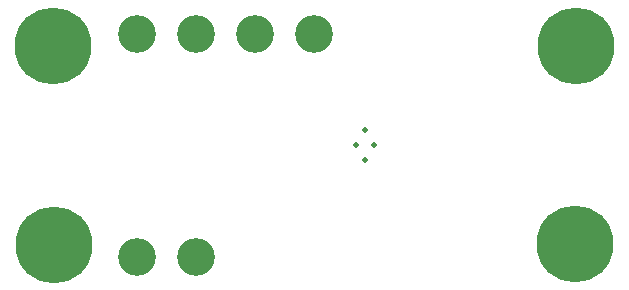
<source format=gbr>
%TF.GenerationSoftware,KiCad,Pcbnew,5.1.8-db9833491~88~ubuntu20.04.1*%
%TF.CreationDate,2020-12-10T20:55:53+01:00*%
%TF.ProjectId,Boost_DC_Converter_TPS61088RHLR,426f6f73-745f-4444-935f-436f6e766572,V1.0*%
%TF.SameCoordinates,Original*%
%TF.FileFunction,Soldermask,Bot*%
%TF.FilePolarity,Negative*%
%FSLAX46Y46*%
G04 Gerber Fmt 4.6, Leading zero omitted, Abs format (unit mm)*
G04 Created by KiCad (PCBNEW 5.1.8-db9833491~88~ubuntu20.04.1) date 2020-12-10 20:55:53*
%MOMM*%
%LPD*%
G01*
G04 APERTURE LIST*
%ADD10C,0.499999*%
%ADD11C,3.200000*%
%ADD12C,1.000000*%
%ADD13C,6.500000*%
G04 APERTURE END LIST*
D10*
%TO.C,U1*%
X161000000Y-47184999D03*
X160225000Y-48459921D03*
X161000000Y-49735001D03*
X161775000Y-48459921D03*
%TD*%
D11*
%TO.C,P1*%
X156650000Y-39090000D03*
X151650000Y-39090000D03*
%TD*%
%TO.C,P2*%
X146650000Y-57980000D03*
X141650000Y-57980000D03*
%TD*%
%TO.C,P3*%
X141650000Y-39090000D03*
X146650000Y-39090000D03*
%TD*%
D12*
%TO.C,MH1*%
X136397767Y-55142233D03*
X137130000Y-56910000D03*
X136397767Y-58677767D03*
X134630000Y-59410000D03*
X132862233Y-58677767D03*
X132130000Y-56910000D03*
X132862233Y-55142233D03*
X134630000Y-54410000D03*
D13*
X134630000Y-56910000D03*
%TD*%
%TO.C,MH2*%
X178800000Y-56850000D03*
D12*
X178800000Y-54350000D03*
X177032233Y-55082233D03*
X176300000Y-56850000D03*
X177032233Y-58617767D03*
X178800000Y-59350000D03*
X180567767Y-58617767D03*
X181300000Y-56850000D03*
X180567767Y-55082233D03*
%TD*%
D13*
%TO.C,MH3*%
X134600000Y-40050000D03*
D12*
X134600000Y-37550000D03*
X132832233Y-38282233D03*
X132100000Y-40050000D03*
X132832233Y-41817767D03*
X134600000Y-42550000D03*
X136367767Y-41817767D03*
X137100000Y-40050000D03*
X136367767Y-38282233D03*
%TD*%
%TO.C,MH4*%
X180597767Y-38302233D03*
X181330000Y-40070000D03*
X180597767Y-41837767D03*
X178830000Y-42570000D03*
X177062233Y-41837767D03*
X176330000Y-40070000D03*
X177062233Y-38302233D03*
X178830000Y-37570000D03*
D13*
X178830000Y-40070000D03*
%TD*%
M02*

</source>
